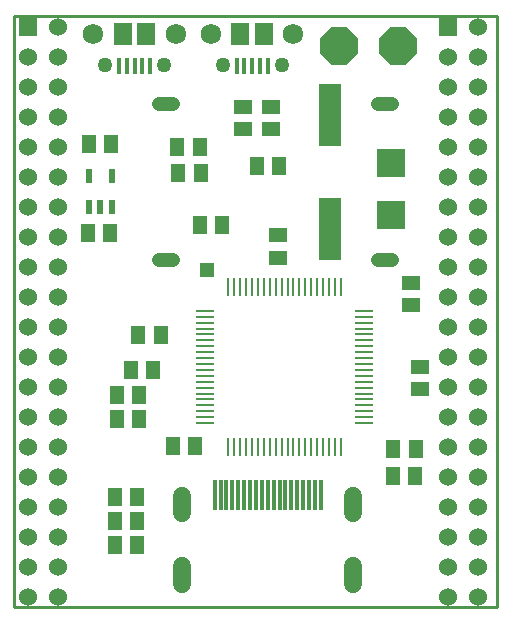
<source format=gts>
G75*
%MOIN*%
%OFA0B0*%
%FSLAX25Y25*%
%IPPOS*%
%LPD*%
%AMOC8*
5,1,8,0,0,1.08239X$1,22.5*
%
%ADD10C,0.01000*%
%ADD11C,0.06000*%
%ADD12R,0.06000X0.06000*%
%ADD13R,0.01575X0.05315*%
%ADD14R,0.05906X0.07480*%
%ADD15C,0.06791*%
%ADD16C,0.05020*%
%ADD17C,0.04724*%
%ADD18OC8,0.12500*%
%ADD19R,0.09449X0.09449*%
%ADD20R,0.05906X0.00984*%
%ADD21R,0.00984X0.05906*%
%ADD22R,0.01181X0.10236*%
%ADD23C,0.05900*%
%ADD24C,0.00000*%
%ADD25C,0.03543*%
%ADD26R,0.05118X0.05906*%
%ADD27R,0.05906X0.05118*%
%ADD28R,0.02200X0.04800*%
%ADD29R,0.07600X0.21000*%
%ADD30R,0.06299X0.05118*%
%ADD31R,0.05118X0.06299*%
%ADD32R,0.04724X0.04724*%
D10*
X0019033Y0019923D02*
X0019033Y0216673D01*
X0180033Y0216673D01*
X0180033Y0019923D01*
X0019033Y0019923D01*
D11*
X0023955Y0023159D03*
X0023955Y0033159D03*
X0033955Y0033159D03*
X0033955Y0023159D03*
X0033955Y0043159D03*
X0033955Y0053159D03*
X0033955Y0063159D03*
X0033955Y0073159D03*
X0033955Y0083159D03*
X0033955Y0093159D03*
X0033955Y0103159D03*
X0033955Y0113159D03*
X0033955Y0123159D03*
X0033955Y0133159D03*
X0033955Y0143159D03*
X0033955Y0153159D03*
X0033955Y0163159D03*
X0033955Y0173159D03*
X0033955Y0183159D03*
X0033955Y0193159D03*
X0033955Y0203159D03*
X0033955Y0213159D03*
X0023955Y0203159D03*
X0023955Y0193159D03*
X0023955Y0183159D03*
X0023955Y0173159D03*
X0023955Y0163159D03*
X0023955Y0153159D03*
X0023955Y0143159D03*
X0023955Y0133159D03*
X0023955Y0123159D03*
X0023955Y0113159D03*
X0023955Y0103159D03*
X0023955Y0093159D03*
X0023955Y0083159D03*
X0023955Y0073159D03*
X0023955Y0063159D03*
X0023955Y0053159D03*
X0023955Y0043159D03*
X0163955Y0043159D03*
X0163955Y0053159D03*
X0163955Y0063159D03*
X0173955Y0063159D03*
X0173955Y0053159D03*
X0173955Y0043159D03*
X0173955Y0033159D03*
X0173955Y0023159D03*
X0163955Y0023159D03*
X0163955Y0033159D03*
X0163955Y0073159D03*
X0163955Y0083159D03*
X0173955Y0083159D03*
X0173955Y0073159D03*
X0173955Y0093159D03*
X0173955Y0103159D03*
X0173955Y0113159D03*
X0173955Y0123159D03*
X0173955Y0133159D03*
X0173955Y0143159D03*
X0173955Y0153159D03*
X0173955Y0163159D03*
X0173955Y0173159D03*
X0173955Y0183159D03*
X0173955Y0193159D03*
X0173955Y0203159D03*
X0173955Y0213159D03*
X0163955Y0203159D03*
X0163955Y0193159D03*
X0163955Y0183159D03*
X0163955Y0173159D03*
X0163955Y0163159D03*
X0163955Y0153159D03*
X0163955Y0143159D03*
X0163955Y0133159D03*
X0163955Y0123159D03*
X0163955Y0113159D03*
X0163955Y0103159D03*
X0163955Y0093159D03*
D12*
X0163955Y0213159D03*
X0023955Y0213159D03*
D13*
X0054215Y0200265D03*
X0056774Y0200265D03*
X0059333Y0200265D03*
X0061892Y0200265D03*
X0064451Y0200265D03*
X0093415Y0200265D03*
X0095974Y0200265D03*
X0098533Y0200265D03*
X0101092Y0200265D03*
X0103651Y0200265D03*
D14*
X0102470Y0210797D03*
X0094596Y0210757D03*
X0063270Y0210797D03*
X0055396Y0210757D03*
D15*
X0045554Y0210797D03*
X0073113Y0210797D03*
X0084754Y0210797D03*
X0112313Y0210797D03*
D16*
X0108376Y0200462D03*
X0088691Y0200462D03*
X0069176Y0200462D03*
X0049491Y0200462D03*
D17*
X0067371Y0187523D02*
X0072096Y0187523D01*
X0072096Y0135523D02*
X0067371Y0135523D01*
X0140371Y0135523D02*
X0145096Y0135523D01*
X0145096Y0187523D02*
X0140371Y0187523D01*
D18*
X0147262Y0206923D03*
X0127577Y0206923D03*
D19*
X0144886Y0167884D03*
X0144886Y0150561D03*
D20*
X0135908Y0118523D03*
X0135908Y0116555D03*
X0135908Y0114586D03*
X0135908Y0112618D03*
X0135908Y0110649D03*
X0135908Y0108681D03*
X0135908Y0106712D03*
X0135908Y0104744D03*
X0135908Y0102775D03*
X0135908Y0100807D03*
X0135908Y0098838D03*
X0135908Y0096870D03*
X0135908Y0094901D03*
X0135908Y0092933D03*
X0135908Y0090964D03*
X0135908Y0088996D03*
X0135908Y0087027D03*
X0135908Y0085059D03*
X0135908Y0083090D03*
X0135908Y0081122D03*
X0082759Y0081122D03*
X0082759Y0083090D03*
X0082759Y0085059D03*
X0082759Y0087027D03*
X0082759Y0088996D03*
X0082759Y0090964D03*
X0082759Y0092933D03*
X0082759Y0094901D03*
X0082759Y0096870D03*
X0082759Y0098838D03*
X0082759Y0100807D03*
X0082759Y0102775D03*
X0082759Y0104744D03*
X0082759Y0106712D03*
X0082759Y0108681D03*
X0082759Y0110649D03*
X0082759Y0112618D03*
X0082759Y0114586D03*
X0082759Y0116555D03*
X0082759Y0118523D03*
D21*
X0090633Y0126397D03*
X0092601Y0126397D03*
X0094570Y0126397D03*
X0096538Y0126397D03*
X0098507Y0126397D03*
X0100475Y0126397D03*
X0102444Y0126397D03*
X0104412Y0126397D03*
X0106381Y0126397D03*
X0108349Y0126397D03*
X0110318Y0126397D03*
X0112286Y0126397D03*
X0114255Y0126397D03*
X0116223Y0126397D03*
X0118192Y0126397D03*
X0120160Y0126397D03*
X0122129Y0126397D03*
X0124097Y0126397D03*
X0126066Y0126397D03*
X0128034Y0126397D03*
X0128034Y0073248D03*
X0126066Y0073248D03*
X0124097Y0073248D03*
X0122129Y0073248D03*
X0120160Y0073248D03*
X0118192Y0073248D03*
X0116223Y0073248D03*
X0114255Y0073248D03*
X0112286Y0073248D03*
X0110318Y0073248D03*
X0108349Y0073248D03*
X0106381Y0073248D03*
X0104412Y0073248D03*
X0102444Y0073248D03*
X0100475Y0073248D03*
X0098507Y0073248D03*
X0096538Y0073248D03*
X0094570Y0073248D03*
X0092601Y0073248D03*
X0090633Y0073248D03*
D22*
X0089954Y0057013D03*
X0091922Y0057013D03*
X0093891Y0057013D03*
X0095859Y0057013D03*
X0097828Y0057013D03*
X0099796Y0057013D03*
X0101765Y0057013D03*
X0103733Y0057013D03*
X0105702Y0057013D03*
X0107670Y0057013D03*
X0109639Y0057013D03*
X0111607Y0057013D03*
X0113576Y0057013D03*
X0115544Y0057013D03*
X0117513Y0057013D03*
X0119481Y0057013D03*
X0121450Y0057013D03*
X0087985Y0057013D03*
X0086017Y0057013D03*
D23*
X0075190Y0056971D02*
X0075190Y0051071D01*
X0075190Y0033506D02*
X0075190Y0027606D01*
X0132277Y0027606D02*
X0132277Y0033506D01*
X0132277Y0051071D02*
X0132277Y0056971D01*
D24*
X0130505Y0056974D02*
X0130507Y0057058D01*
X0130513Y0057141D01*
X0130523Y0057224D01*
X0130537Y0057307D01*
X0130554Y0057389D01*
X0130576Y0057470D01*
X0130601Y0057549D01*
X0130630Y0057628D01*
X0130663Y0057705D01*
X0130699Y0057780D01*
X0130739Y0057854D01*
X0130782Y0057926D01*
X0130829Y0057995D01*
X0130879Y0058062D01*
X0130932Y0058127D01*
X0130988Y0058189D01*
X0131046Y0058249D01*
X0131108Y0058306D01*
X0131172Y0058359D01*
X0131239Y0058410D01*
X0131308Y0058457D01*
X0131379Y0058502D01*
X0131452Y0058542D01*
X0131527Y0058579D01*
X0131604Y0058613D01*
X0131682Y0058643D01*
X0131761Y0058669D01*
X0131842Y0058692D01*
X0131924Y0058710D01*
X0132006Y0058725D01*
X0132089Y0058736D01*
X0132172Y0058743D01*
X0132256Y0058746D01*
X0132340Y0058745D01*
X0132423Y0058740D01*
X0132507Y0058731D01*
X0132589Y0058718D01*
X0132671Y0058702D01*
X0132752Y0058681D01*
X0132833Y0058657D01*
X0132911Y0058629D01*
X0132989Y0058597D01*
X0133065Y0058561D01*
X0133139Y0058522D01*
X0133211Y0058480D01*
X0133281Y0058434D01*
X0133349Y0058385D01*
X0133414Y0058333D01*
X0133477Y0058278D01*
X0133537Y0058220D01*
X0133595Y0058159D01*
X0133649Y0058095D01*
X0133701Y0058029D01*
X0133749Y0057961D01*
X0133794Y0057890D01*
X0133835Y0057817D01*
X0133874Y0057743D01*
X0133908Y0057667D01*
X0133939Y0057589D01*
X0133966Y0057510D01*
X0133990Y0057429D01*
X0134009Y0057348D01*
X0134025Y0057266D01*
X0134037Y0057183D01*
X0134045Y0057099D01*
X0134049Y0057016D01*
X0134049Y0056932D01*
X0134045Y0056849D01*
X0134037Y0056765D01*
X0134025Y0056682D01*
X0134009Y0056600D01*
X0133990Y0056519D01*
X0133966Y0056438D01*
X0133939Y0056359D01*
X0133908Y0056281D01*
X0133874Y0056205D01*
X0133835Y0056131D01*
X0133794Y0056058D01*
X0133749Y0055987D01*
X0133701Y0055919D01*
X0133649Y0055853D01*
X0133595Y0055789D01*
X0133537Y0055728D01*
X0133477Y0055670D01*
X0133414Y0055615D01*
X0133349Y0055563D01*
X0133281Y0055514D01*
X0133211Y0055468D01*
X0133139Y0055426D01*
X0133065Y0055387D01*
X0132989Y0055351D01*
X0132911Y0055319D01*
X0132833Y0055291D01*
X0132752Y0055267D01*
X0132671Y0055246D01*
X0132589Y0055230D01*
X0132507Y0055217D01*
X0132423Y0055208D01*
X0132340Y0055203D01*
X0132256Y0055202D01*
X0132172Y0055205D01*
X0132089Y0055212D01*
X0132006Y0055223D01*
X0131924Y0055238D01*
X0131842Y0055256D01*
X0131761Y0055279D01*
X0131682Y0055305D01*
X0131604Y0055335D01*
X0131527Y0055369D01*
X0131452Y0055406D01*
X0131379Y0055446D01*
X0131308Y0055491D01*
X0131239Y0055538D01*
X0131172Y0055589D01*
X0131108Y0055642D01*
X0131046Y0055699D01*
X0130988Y0055759D01*
X0130932Y0055821D01*
X0130879Y0055886D01*
X0130829Y0055953D01*
X0130782Y0056022D01*
X0130739Y0056094D01*
X0130699Y0056168D01*
X0130663Y0056243D01*
X0130630Y0056320D01*
X0130601Y0056399D01*
X0130576Y0056478D01*
X0130554Y0056559D01*
X0130537Y0056641D01*
X0130523Y0056724D01*
X0130513Y0056807D01*
X0130507Y0056890D01*
X0130505Y0056974D01*
X0130505Y0055202D02*
X0130507Y0055286D01*
X0130513Y0055369D01*
X0130523Y0055452D01*
X0130537Y0055535D01*
X0130554Y0055617D01*
X0130576Y0055698D01*
X0130601Y0055777D01*
X0130630Y0055856D01*
X0130663Y0055933D01*
X0130699Y0056008D01*
X0130739Y0056082D01*
X0130782Y0056154D01*
X0130829Y0056223D01*
X0130879Y0056290D01*
X0130932Y0056355D01*
X0130988Y0056417D01*
X0131046Y0056477D01*
X0131108Y0056534D01*
X0131172Y0056587D01*
X0131239Y0056638D01*
X0131308Y0056685D01*
X0131379Y0056730D01*
X0131452Y0056770D01*
X0131527Y0056807D01*
X0131604Y0056841D01*
X0131682Y0056871D01*
X0131761Y0056897D01*
X0131842Y0056920D01*
X0131924Y0056938D01*
X0132006Y0056953D01*
X0132089Y0056964D01*
X0132172Y0056971D01*
X0132256Y0056974D01*
X0132340Y0056973D01*
X0132423Y0056968D01*
X0132507Y0056959D01*
X0132589Y0056946D01*
X0132671Y0056930D01*
X0132752Y0056909D01*
X0132833Y0056885D01*
X0132911Y0056857D01*
X0132989Y0056825D01*
X0133065Y0056789D01*
X0133139Y0056750D01*
X0133211Y0056708D01*
X0133281Y0056662D01*
X0133349Y0056613D01*
X0133414Y0056561D01*
X0133477Y0056506D01*
X0133537Y0056448D01*
X0133595Y0056387D01*
X0133649Y0056323D01*
X0133701Y0056257D01*
X0133749Y0056189D01*
X0133794Y0056118D01*
X0133835Y0056045D01*
X0133874Y0055971D01*
X0133908Y0055895D01*
X0133939Y0055817D01*
X0133966Y0055738D01*
X0133990Y0055657D01*
X0134009Y0055576D01*
X0134025Y0055494D01*
X0134037Y0055411D01*
X0134045Y0055327D01*
X0134049Y0055244D01*
X0134049Y0055160D01*
X0134045Y0055077D01*
X0134037Y0054993D01*
X0134025Y0054910D01*
X0134009Y0054828D01*
X0133990Y0054747D01*
X0133966Y0054666D01*
X0133939Y0054587D01*
X0133908Y0054509D01*
X0133874Y0054433D01*
X0133835Y0054359D01*
X0133794Y0054286D01*
X0133749Y0054215D01*
X0133701Y0054147D01*
X0133649Y0054081D01*
X0133595Y0054017D01*
X0133537Y0053956D01*
X0133477Y0053898D01*
X0133414Y0053843D01*
X0133349Y0053791D01*
X0133281Y0053742D01*
X0133211Y0053696D01*
X0133139Y0053654D01*
X0133065Y0053615D01*
X0132989Y0053579D01*
X0132911Y0053547D01*
X0132833Y0053519D01*
X0132752Y0053495D01*
X0132671Y0053474D01*
X0132589Y0053458D01*
X0132507Y0053445D01*
X0132423Y0053436D01*
X0132340Y0053431D01*
X0132256Y0053430D01*
X0132172Y0053433D01*
X0132089Y0053440D01*
X0132006Y0053451D01*
X0131924Y0053466D01*
X0131842Y0053484D01*
X0131761Y0053507D01*
X0131682Y0053533D01*
X0131604Y0053563D01*
X0131527Y0053597D01*
X0131452Y0053634D01*
X0131379Y0053674D01*
X0131308Y0053719D01*
X0131239Y0053766D01*
X0131172Y0053817D01*
X0131108Y0053870D01*
X0131046Y0053927D01*
X0130988Y0053987D01*
X0130932Y0054049D01*
X0130879Y0054114D01*
X0130829Y0054181D01*
X0130782Y0054250D01*
X0130739Y0054322D01*
X0130699Y0054396D01*
X0130663Y0054471D01*
X0130630Y0054548D01*
X0130601Y0054627D01*
X0130576Y0054706D01*
X0130554Y0054787D01*
X0130537Y0054869D01*
X0130523Y0054952D01*
X0130513Y0055035D01*
X0130507Y0055118D01*
X0130505Y0055202D01*
X0130505Y0052840D02*
X0130507Y0052924D01*
X0130513Y0053007D01*
X0130523Y0053090D01*
X0130537Y0053173D01*
X0130554Y0053255D01*
X0130576Y0053336D01*
X0130601Y0053415D01*
X0130630Y0053494D01*
X0130663Y0053571D01*
X0130699Y0053646D01*
X0130739Y0053720D01*
X0130782Y0053792D01*
X0130829Y0053861D01*
X0130879Y0053928D01*
X0130932Y0053993D01*
X0130988Y0054055D01*
X0131046Y0054115D01*
X0131108Y0054172D01*
X0131172Y0054225D01*
X0131239Y0054276D01*
X0131308Y0054323D01*
X0131379Y0054368D01*
X0131452Y0054408D01*
X0131527Y0054445D01*
X0131604Y0054479D01*
X0131682Y0054509D01*
X0131761Y0054535D01*
X0131842Y0054558D01*
X0131924Y0054576D01*
X0132006Y0054591D01*
X0132089Y0054602D01*
X0132172Y0054609D01*
X0132256Y0054612D01*
X0132340Y0054611D01*
X0132423Y0054606D01*
X0132507Y0054597D01*
X0132589Y0054584D01*
X0132671Y0054568D01*
X0132752Y0054547D01*
X0132833Y0054523D01*
X0132911Y0054495D01*
X0132989Y0054463D01*
X0133065Y0054427D01*
X0133139Y0054388D01*
X0133211Y0054346D01*
X0133281Y0054300D01*
X0133349Y0054251D01*
X0133414Y0054199D01*
X0133477Y0054144D01*
X0133537Y0054086D01*
X0133595Y0054025D01*
X0133649Y0053961D01*
X0133701Y0053895D01*
X0133749Y0053827D01*
X0133794Y0053756D01*
X0133835Y0053683D01*
X0133874Y0053609D01*
X0133908Y0053533D01*
X0133939Y0053455D01*
X0133966Y0053376D01*
X0133990Y0053295D01*
X0134009Y0053214D01*
X0134025Y0053132D01*
X0134037Y0053049D01*
X0134045Y0052965D01*
X0134049Y0052882D01*
X0134049Y0052798D01*
X0134045Y0052715D01*
X0134037Y0052631D01*
X0134025Y0052548D01*
X0134009Y0052466D01*
X0133990Y0052385D01*
X0133966Y0052304D01*
X0133939Y0052225D01*
X0133908Y0052147D01*
X0133874Y0052071D01*
X0133835Y0051997D01*
X0133794Y0051924D01*
X0133749Y0051853D01*
X0133701Y0051785D01*
X0133649Y0051719D01*
X0133595Y0051655D01*
X0133537Y0051594D01*
X0133477Y0051536D01*
X0133414Y0051481D01*
X0133349Y0051429D01*
X0133281Y0051380D01*
X0133211Y0051334D01*
X0133139Y0051292D01*
X0133065Y0051253D01*
X0132989Y0051217D01*
X0132911Y0051185D01*
X0132833Y0051157D01*
X0132752Y0051133D01*
X0132671Y0051112D01*
X0132589Y0051096D01*
X0132507Y0051083D01*
X0132423Y0051074D01*
X0132340Y0051069D01*
X0132256Y0051068D01*
X0132172Y0051071D01*
X0132089Y0051078D01*
X0132006Y0051089D01*
X0131924Y0051104D01*
X0131842Y0051122D01*
X0131761Y0051145D01*
X0131682Y0051171D01*
X0131604Y0051201D01*
X0131527Y0051235D01*
X0131452Y0051272D01*
X0131379Y0051312D01*
X0131308Y0051357D01*
X0131239Y0051404D01*
X0131172Y0051455D01*
X0131108Y0051508D01*
X0131046Y0051565D01*
X0130988Y0051625D01*
X0130932Y0051687D01*
X0130879Y0051752D01*
X0130829Y0051819D01*
X0130782Y0051888D01*
X0130739Y0051960D01*
X0130699Y0052034D01*
X0130663Y0052109D01*
X0130630Y0052186D01*
X0130601Y0052265D01*
X0130576Y0052344D01*
X0130554Y0052425D01*
X0130537Y0052507D01*
X0130523Y0052590D01*
X0130513Y0052673D01*
X0130507Y0052756D01*
X0130505Y0052840D01*
X0130505Y0051068D02*
X0130507Y0051152D01*
X0130513Y0051235D01*
X0130523Y0051318D01*
X0130537Y0051401D01*
X0130554Y0051483D01*
X0130576Y0051564D01*
X0130601Y0051643D01*
X0130630Y0051722D01*
X0130663Y0051799D01*
X0130699Y0051874D01*
X0130739Y0051948D01*
X0130782Y0052020D01*
X0130829Y0052089D01*
X0130879Y0052156D01*
X0130932Y0052221D01*
X0130988Y0052283D01*
X0131046Y0052343D01*
X0131108Y0052400D01*
X0131172Y0052453D01*
X0131239Y0052504D01*
X0131308Y0052551D01*
X0131379Y0052596D01*
X0131452Y0052636D01*
X0131527Y0052673D01*
X0131604Y0052707D01*
X0131682Y0052737D01*
X0131761Y0052763D01*
X0131842Y0052786D01*
X0131924Y0052804D01*
X0132006Y0052819D01*
X0132089Y0052830D01*
X0132172Y0052837D01*
X0132256Y0052840D01*
X0132340Y0052839D01*
X0132423Y0052834D01*
X0132507Y0052825D01*
X0132589Y0052812D01*
X0132671Y0052796D01*
X0132752Y0052775D01*
X0132833Y0052751D01*
X0132911Y0052723D01*
X0132989Y0052691D01*
X0133065Y0052655D01*
X0133139Y0052616D01*
X0133211Y0052574D01*
X0133281Y0052528D01*
X0133349Y0052479D01*
X0133414Y0052427D01*
X0133477Y0052372D01*
X0133537Y0052314D01*
X0133595Y0052253D01*
X0133649Y0052189D01*
X0133701Y0052123D01*
X0133749Y0052055D01*
X0133794Y0051984D01*
X0133835Y0051911D01*
X0133874Y0051837D01*
X0133908Y0051761D01*
X0133939Y0051683D01*
X0133966Y0051604D01*
X0133990Y0051523D01*
X0134009Y0051442D01*
X0134025Y0051360D01*
X0134037Y0051277D01*
X0134045Y0051193D01*
X0134049Y0051110D01*
X0134049Y0051026D01*
X0134045Y0050943D01*
X0134037Y0050859D01*
X0134025Y0050776D01*
X0134009Y0050694D01*
X0133990Y0050613D01*
X0133966Y0050532D01*
X0133939Y0050453D01*
X0133908Y0050375D01*
X0133874Y0050299D01*
X0133835Y0050225D01*
X0133794Y0050152D01*
X0133749Y0050081D01*
X0133701Y0050013D01*
X0133649Y0049947D01*
X0133595Y0049883D01*
X0133537Y0049822D01*
X0133477Y0049764D01*
X0133414Y0049709D01*
X0133349Y0049657D01*
X0133281Y0049608D01*
X0133211Y0049562D01*
X0133139Y0049520D01*
X0133065Y0049481D01*
X0132989Y0049445D01*
X0132911Y0049413D01*
X0132833Y0049385D01*
X0132752Y0049361D01*
X0132671Y0049340D01*
X0132589Y0049324D01*
X0132507Y0049311D01*
X0132423Y0049302D01*
X0132340Y0049297D01*
X0132256Y0049296D01*
X0132172Y0049299D01*
X0132089Y0049306D01*
X0132006Y0049317D01*
X0131924Y0049332D01*
X0131842Y0049350D01*
X0131761Y0049373D01*
X0131682Y0049399D01*
X0131604Y0049429D01*
X0131527Y0049463D01*
X0131452Y0049500D01*
X0131379Y0049540D01*
X0131308Y0049585D01*
X0131239Y0049632D01*
X0131172Y0049683D01*
X0131108Y0049736D01*
X0131046Y0049793D01*
X0130988Y0049853D01*
X0130932Y0049915D01*
X0130879Y0049980D01*
X0130829Y0050047D01*
X0130782Y0050116D01*
X0130739Y0050188D01*
X0130699Y0050262D01*
X0130663Y0050337D01*
X0130630Y0050414D01*
X0130601Y0050493D01*
X0130576Y0050572D01*
X0130554Y0050653D01*
X0130537Y0050735D01*
X0130523Y0050818D01*
X0130513Y0050901D01*
X0130507Y0050984D01*
X0130505Y0051068D01*
X0130505Y0033549D02*
X0130507Y0033633D01*
X0130513Y0033716D01*
X0130523Y0033799D01*
X0130537Y0033882D01*
X0130554Y0033964D01*
X0130576Y0034045D01*
X0130601Y0034124D01*
X0130630Y0034203D01*
X0130663Y0034280D01*
X0130699Y0034355D01*
X0130739Y0034429D01*
X0130782Y0034501D01*
X0130829Y0034570D01*
X0130879Y0034637D01*
X0130932Y0034702D01*
X0130988Y0034764D01*
X0131046Y0034824D01*
X0131108Y0034881D01*
X0131172Y0034934D01*
X0131239Y0034985D01*
X0131308Y0035032D01*
X0131379Y0035077D01*
X0131452Y0035117D01*
X0131527Y0035154D01*
X0131604Y0035188D01*
X0131682Y0035218D01*
X0131761Y0035244D01*
X0131842Y0035267D01*
X0131924Y0035285D01*
X0132006Y0035300D01*
X0132089Y0035311D01*
X0132172Y0035318D01*
X0132256Y0035321D01*
X0132340Y0035320D01*
X0132423Y0035315D01*
X0132507Y0035306D01*
X0132589Y0035293D01*
X0132671Y0035277D01*
X0132752Y0035256D01*
X0132833Y0035232D01*
X0132911Y0035204D01*
X0132989Y0035172D01*
X0133065Y0035136D01*
X0133139Y0035097D01*
X0133211Y0035055D01*
X0133281Y0035009D01*
X0133349Y0034960D01*
X0133414Y0034908D01*
X0133477Y0034853D01*
X0133537Y0034795D01*
X0133595Y0034734D01*
X0133649Y0034670D01*
X0133701Y0034604D01*
X0133749Y0034536D01*
X0133794Y0034465D01*
X0133835Y0034392D01*
X0133874Y0034318D01*
X0133908Y0034242D01*
X0133939Y0034164D01*
X0133966Y0034085D01*
X0133990Y0034004D01*
X0134009Y0033923D01*
X0134025Y0033841D01*
X0134037Y0033758D01*
X0134045Y0033674D01*
X0134049Y0033591D01*
X0134049Y0033507D01*
X0134045Y0033424D01*
X0134037Y0033340D01*
X0134025Y0033257D01*
X0134009Y0033175D01*
X0133990Y0033094D01*
X0133966Y0033013D01*
X0133939Y0032934D01*
X0133908Y0032856D01*
X0133874Y0032780D01*
X0133835Y0032706D01*
X0133794Y0032633D01*
X0133749Y0032562D01*
X0133701Y0032494D01*
X0133649Y0032428D01*
X0133595Y0032364D01*
X0133537Y0032303D01*
X0133477Y0032245D01*
X0133414Y0032190D01*
X0133349Y0032138D01*
X0133281Y0032089D01*
X0133211Y0032043D01*
X0133139Y0032001D01*
X0133065Y0031962D01*
X0132989Y0031926D01*
X0132911Y0031894D01*
X0132833Y0031866D01*
X0132752Y0031842D01*
X0132671Y0031821D01*
X0132589Y0031805D01*
X0132507Y0031792D01*
X0132423Y0031783D01*
X0132340Y0031778D01*
X0132256Y0031777D01*
X0132172Y0031780D01*
X0132089Y0031787D01*
X0132006Y0031798D01*
X0131924Y0031813D01*
X0131842Y0031831D01*
X0131761Y0031854D01*
X0131682Y0031880D01*
X0131604Y0031910D01*
X0131527Y0031944D01*
X0131452Y0031981D01*
X0131379Y0032021D01*
X0131308Y0032066D01*
X0131239Y0032113D01*
X0131172Y0032164D01*
X0131108Y0032217D01*
X0131046Y0032274D01*
X0130988Y0032334D01*
X0130932Y0032396D01*
X0130879Y0032461D01*
X0130829Y0032528D01*
X0130782Y0032597D01*
X0130739Y0032669D01*
X0130699Y0032743D01*
X0130663Y0032818D01*
X0130630Y0032895D01*
X0130601Y0032974D01*
X0130576Y0033053D01*
X0130554Y0033134D01*
X0130537Y0033216D01*
X0130523Y0033299D01*
X0130513Y0033382D01*
X0130507Y0033465D01*
X0130505Y0033549D01*
X0130505Y0031777D02*
X0130507Y0031861D01*
X0130513Y0031944D01*
X0130523Y0032027D01*
X0130537Y0032110D01*
X0130554Y0032192D01*
X0130576Y0032273D01*
X0130601Y0032352D01*
X0130630Y0032431D01*
X0130663Y0032508D01*
X0130699Y0032583D01*
X0130739Y0032657D01*
X0130782Y0032729D01*
X0130829Y0032798D01*
X0130879Y0032865D01*
X0130932Y0032930D01*
X0130988Y0032992D01*
X0131046Y0033052D01*
X0131108Y0033109D01*
X0131172Y0033162D01*
X0131239Y0033213D01*
X0131308Y0033260D01*
X0131379Y0033305D01*
X0131452Y0033345D01*
X0131527Y0033382D01*
X0131604Y0033416D01*
X0131682Y0033446D01*
X0131761Y0033472D01*
X0131842Y0033495D01*
X0131924Y0033513D01*
X0132006Y0033528D01*
X0132089Y0033539D01*
X0132172Y0033546D01*
X0132256Y0033549D01*
X0132340Y0033548D01*
X0132423Y0033543D01*
X0132507Y0033534D01*
X0132589Y0033521D01*
X0132671Y0033505D01*
X0132752Y0033484D01*
X0132833Y0033460D01*
X0132911Y0033432D01*
X0132989Y0033400D01*
X0133065Y0033364D01*
X0133139Y0033325D01*
X0133211Y0033283D01*
X0133281Y0033237D01*
X0133349Y0033188D01*
X0133414Y0033136D01*
X0133477Y0033081D01*
X0133537Y0033023D01*
X0133595Y0032962D01*
X0133649Y0032898D01*
X0133701Y0032832D01*
X0133749Y0032764D01*
X0133794Y0032693D01*
X0133835Y0032620D01*
X0133874Y0032546D01*
X0133908Y0032470D01*
X0133939Y0032392D01*
X0133966Y0032313D01*
X0133990Y0032232D01*
X0134009Y0032151D01*
X0134025Y0032069D01*
X0134037Y0031986D01*
X0134045Y0031902D01*
X0134049Y0031819D01*
X0134049Y0031735D01*
X0134045Y0031652D01*
X0134037Y0031568D01*
X0134025Y0031485D01*
X0134009Y0031403D01*
X0133990Y0031322D01*
X0133966Y0031241D01*
X0133939Y0031162D01*
X0133908Y0031084D01*
X0133874Y0031008D01*
X0133835Y0030934D01*
X0133794Y0030861D01*
X0133749Y0030790D01*
X0133701Y0030722D01*
X0133649Y0030656D01*
X0133595Y0030592D01*
X0133537Y0030531D01*
X0133477Y0030473D01*
X0133414Y0030418D01*
X0133349Y0030366D01*
X0133281Y0030317D01*
X0133211Y0030271D01*
X0133139Y0030229D01*
X0133065Y0030190D01*
X0132989Y0030154D01*
X0132911Y0030122D01*
X0132833Y0030094D01*
X0132752Y0030070D01*
X0132671Y0030049D01*
X0132589Y0030033D01*
X0132507Y0030020D01*
X0132423Y0030011D01*
X0132340Y0030006D01*
X0132256Y0030005D01*
X0132172Y0030008D01*
X0132089Y0030015D01*
X0132006Y0030026D01*
X0131924Y0030041D01*
X0131842Y0030059D01*
X0131761Y0030082D01*
X0131682Y0030108D01*
X0131604Y0030138D01*
X0131527Y0030172D01*
X0131452Y0030209D01*
X0131379Y0030249D01*
X0131308Y0030294D01*
X0131239Y0030341D01*
X0131172Y0030392D01*
X0131108Y0030445D01*
X0131046Y0030502D01*
X0130988Y0030562D01*
X0130932Y0030624D01*
X0130879Y0030689D01*
X0130829Y0030756D01*
X0130782Y0030825D01*
X0130739Y0030897D01*
X0130699Y0030971D01*
X0130663Y0031046D01*
X0130630Y0031123D01*
X0130601Y0031202D01*
X0130576Y0031281D01*
X0130554Y0031362D01*
X0130537Y0031444D01*
X0130523Y0031527D01*
X0130513Y0031610D01*
X0130507Y0031693D01*
X0130505Y0031777D01*
X0130505Y0029415D02*
X0130507Y0029499D01*
X0130513Y0029582D01*
X0130523Y0029665D01*
X0130537Y0029748D01*
X0130554Y0029830D01*
X0130576Y0029911D01*
X0130601Y0029990D01*
X0130630Y0030069D01*
X0130663Y0030146D01*
X0130699Y0030221D01*
X0130739Y0030295D01*
X0130782Y0030367D01*
X0130829Y0030436D01*
X0130879Y0030503D01*
X0130932Y0030568D01*
X0130988Y0030630D01*
X0131046Y0030690D01*
X0131108Y0030747D01*
X0131172Y0030800D01*
X0131239Y0030851D01*
X0131308Y0030898D01*
X0131379Y0030943D01*
X0131452Y0030983D01*
X0131527Y0031020D01*
X0131604Y0031054D01*
X0131682Y0031084D01*
X0131761Y0031110D01*
X0131842Y0031133D01*
X0131924Y0031151D01*
X0132006Y0031166D01*
X0132089Y0031177D01*
X0132172Y0031184D01*
X0132256Y0031187D01*
X0132340Y0031186D01*
X0132423Y0031181D01*
X0132507Y0031172D01*
X0132589Y0031159D01*
X0132671Y0031143D01*
X0132752Y0031122D01*
X0132833Y0031098D01*
X0132911Y0031070D01*
X0132989Y0031038D01*
X0133065Y0031002D01*
X0133139Y0030963D01*
X0133211Y0030921D01*
X0133281Y0030875D01*
X0133349Y0030826D01*
X0133414Y0030774D01*
X0133477Y0030719D01*
X0133537Y0030661D01*
X0133595Y0030600D01*
X0133649Y0030536D01*
X0133701Y0030470D01*
X0133749Y0030402D01*
X0133794Y0030331D01*
X0133835Y0030258D01*
X0133874Y0030184D01*
X0133908Y0030108D01*
X0133939Y0030030D01*
X0133966Y0029951D01*
X0133990Y0029870D01*
X0134009Y0029789D01*
X0134025Y0029707D01*
X0134037Y0029624D01*
X0134045Y0029540D01*
X0134049Y0029457D01*
X0134049Y0029373D01*
X0134045Y0029290D01*
X0134037Y0029206D01*
X0134025Y0029123D01*
X0134009Y0029041D01*
X0133990Y0028960D01*
X0133966Y0028879D01*
X0133939Y0028800D01*
X0133908Y0028722D01*
X0133874Y0028646D01*
X0133835Y0028572D01*
X0133794Y0028499D01*
X0133749Y0028428D01*
X0133701Y0028360D01*
X0133649Y0028294D01*
X0133595Y0028230D01*
X0133537Y0028169D01*
X0133477Y0028111D01*
X0133414Y0028056D01*
X0133349Y0028004D01*
X0133281Y0027955D01*
X0133211Y0027909D01*
X0133139Y0027867D01*
X0133065Y0027828D01*
X0132989Y0027792D01*
X0132911Y0027760D01*
X0132833Y0027732D01*
X0132752Y0027708D01*
X0132671Y0027687D01*
X0132589Y0027671D01*
X0132507Y0027658D01*
X0132423Y0027649D01*
X0132340Y0027644D01*
X0132256Y0027643D01*
X0132172Y0027646D01*
X0132089Y0027653D01*
X0132006Y0027664D01*
X0131924Y0027679D01*
X0131842Y0027697D01*
X0131761Y0027720D01*
X0131682Y0027746D01*
X0131604Y0027776D01*
X0131527Y0027810D01*
X0131452Y0027847D01*
X0131379Y0027887D01*
X0131308Y0027932D01*
X0131239Y0027979D01*
X0131172Y0028030D01*
X0131108Y0028083D01*
X0131046Y0028140D01*
X0130988Y0028200D01*
X0130932Y0028262D01*
X0130879Y0028327D01*
X0130829Y0028394D01*
X0130782Y0028463D01*
X0130739Y0028535D01*
X0130699Y0028609D01*
X0130663Y0028684D01*
X0130630Y0028761D01*
X0130601Y0028840D01*
X0130576Y0028919D01*
X0130554Y0029000D01*
X0130537Y0029082D01*
X0130523Y0029165D01*
X0130513Y0029248D01*
X0130507Y0029331D01*
X0130505Y0029415D01*
X0130505Y0027643D02*
X0130507Y0027727D01*
X0130513Y0027810D01*
X0130523Y0027893D01*
X0130537Y0027976D01*
X0130554Y0028058D01*
X0130576Y0028139D01*
X0130601Y0028218D01*
X0130630Y0028297D01*
X0130663Y0028374D01*
X0130699Y0028449D01*
X0130739Y0028523D01*
X0130782Y0028595D01*
X0130829Y0028664D01*
X0130879Y0028731D01*
X0130932Y0028796D01*
X0130988Y0028858D01*
X0131046Y0028918D01*
X0131108Y0028975D01*
X0131172Y0029028D01*
X0131239Y0029079D01*
X0131308Y0029126D01*
X0131379Y0029171D01*
X0131452Y0029211D01*
X0131527Y0029248D01*
X0131604Y0029282D01*
X0131682Y0029312D01*
X0131761Y0029338D01*
X0131842Y0029361D01*
X0131924Y0029379D01*
X0132006Y0029394D01*
X0132089Y0029405D01*
X0132172Y0029412D01*
X0132256Y0029415D01*
X0132340Y0029414D01*
X0132423Y0029409D01*
X0132507Y0029400D01*
X0132589Y0029387D01*
X0132671Y0029371D01*
X0132752Y0029350D01*
X0132833Y0029326D01*
X0132911Y0029298D01*
X0132989Y0029266D01*
X0133065Y0029230D01*
X0133139Y0029191D01*
X0133211Y0029149D01*
X0133281Y0029103D01*
X0133349Y0029054D01*
X0133414Y0029002D01*
X0133477Y0028947D01*
X0133537Y0028889D01*
X0133595Y0028828D01*
X0133649Y0028764D01*
X0133701Y0028698D01*
X0133749Y0028630D01*
X0133794Y0028559D01*
X0133835Y0028486D01*
X0133874Y0028412D01*
X0133908Y0028336D01*
X0133939Y0028258D01*
X0133966Y0028179D01*
X0133990Y0028098D01*
X0134009Y0028017D01*
X0134025Y0027935D01*
X0134037Y0027852D01*
X0134045Y0027768D01*
X0134049Y0027685D01*
X0134049Y0027601D01*
X0134045Y0027518D01*
X0134037Y0027434D01*
X0134025Y0027351D01*
X0134009Y0027269D01*
X0133990Y0027188D01*
X0133966Y0027107D01*
X0133939Y0027028D01*
X0133908Y0026950D01*
X0133874Y0026874D01*
X0133835Y0026800D01*
X0133794Y0026727D01*
X0133749Y0026656D01*
X0133701Y0026588D01*
X0133649Y0026522D01*
X0133595Y0026458D01*
X0133537Y0026397D01*
X0133477Y0026339D01*
X0133414Y0026284D01*
X0133349Y0026232D01*
X0133281Y0026183D01*
X0133211Y0026137D01*
X0133139Y0026095D01*
X0133065Y0026056D01*
X0132989Y0026020D01*
X0132911Y0025988D01*
X0132833Y0025960D01*
X0132752Y0025936D01*
X0132671Y0025915D01*
X0132589Y0025899D01*
X0132507Y0025886D01*
X0132423Y0025877D01*
X0132340Y0025872D01*
X0132256Y0025871D01*
X0132172Y0025874D01*
X0132089Y0025881D01*
X0132006Y0025892D01*
X0131924Y0025907D01*
X0131842Y0025925D01*
X0131761Y0025948D01*
X0131682Y0025974D01*
X0131604Y0026004D01*
X0131527Y0026038D01*
X0131452Y0026075D01*
X0131379Y0026115D01*
X0131308Y0026160D01*
X0131239Y0026207D01*
X0131172Y0026258D01*
X0131108Y0026311D01*
X0131046Y0026368D01*
X0130988Y0026428D01*
X0130932Y0026490D01*
X0130879Y0026555D01*
X0130829Y0026622D01*
X0130782Y0026691D01*
X0130739Y0026763D01*
X0130699Y0026837D01*
X0130663Y0026912D01*
X0130630Y0026989D01*
X0130601Y0027068D01*
X0130576Y0027147D01*
X0130554Y0027228D01*
X0130537Y0027310D01*
X0130523Y0027393D01*
X0130513Y0027476D01*
X0130507Y0027559D01*
X0130505Y0027643D01*
X0073418Y0027643D02*
X0073420Y0027727D01*
X0073426Y0027810D01*
X0073436Y0027893D01*
X0073450Y0027976D01*
X0073467Y0028058D01*
X0073489Y0028139D01*
X0073514Y0028218D01*
X0073543Y0028297D01*
X0073576Y0028374D01*
X0073612Y0028449D01*
X0073652Y0028523D01*
X0073695Y0028595D01*
X0073742Y0028664D01*
X0073792Y0028731D01*
X0073845Y0028796D01*
X0073901Y0028858D01*
X0073959Y0028918D01*
X0074021Y0028975D01*
X0074085Y0029028D01*
X0074152Y0029079D01*
X0074221Y0029126D01*
X0074292Y0029171D01*
X0074365Y0029211D01*
X0074440Y0029248D01*
X0074517Y0029282D01*
X0074595Y0029312D01*
X0074674Y0029338D01*
X0074755Y0029361D01*
X0074837Y0029379D01*
X0074919Y0029394D01*
X0075002Y0029405D01*
X0075085Y0029412D01*
X0075169Y0029415D01*
X0075253Y0029414D01*
X0075336Y0029409D01*
X0075420Y0029400D01*
X0075502Y0029387D01*
X0075584Y0029371D01*
X0075665Y0029350D01*
X0075746Y0029326D01*
X0075824Y0029298D01*
X0075902Y0029266D01*
X0075978Y0029230D01*
X0076052Y0029191D01*
X0076124Y0029149D01*
X0076194Y0029103D01*
X0076262Y0029054D01*
X0076327Y0029002D01*
X0076390Y0028947D01*
X0076450Y0028889D01*
X0076508Y0028828D01*
X0076562Y0028764D01*
X0076614Y0028698D01*
X0076662Y0028630D01*
X0076707Y0028559D01*
X0076748Y0028486D01*
X0076787Y0028412D01*
X0076821Y0028336D01*
X0076852Y0028258D01*
X0076879Y0028179D01*
X0076903Y0028098D01*
X0076922Y0028017D01*
X0076938Y0027935D01*
X0076950Y0027852D01*
X0076958Y0027768D01*
X0076962Y0027685D01*
X0076962Y0027601D01*
X0076958Y0027518D01*
X0076950Y0027434D01*
X0076938Y0027351D01*
X0076922Y0027269D01*
X0076903Y0027188D01*
X0076879Y0027107D01*
X0076852Y0027028D01*
X0076821Y0026950D01*
X0076787Y0026874D01*
X0076748Y0026800D01*
X0076707Y0026727D01*
X0076662Y0026656D01*
X0076614Y0026588D01*
X0076562Y0026522D01*
X0076508Y0026458D01*
X0076450Y0026397D01*
X0076390Y0026339D01*
X0076327Y0026284D01*
X0076262Y0026232D01*
X0076194Y0026183D01*
X0076124Y0026137D01*
X0076052Y0026095D01*
X0075978Y0026056D01*
X0075902Y0026020D01*
X0075824Y0025988D01*
X0075746Y0025960D01*
X0075665Y0025936D01*
X0075584Y0025915D01*
X0075502Y0025899D01*
X0075420Y0025886D01*
X0075336Y0025877D01*
X0075253Y0025872D01*
X0075169Y0025871D01*
X0075085Y0025874D01*
X0075002Y0025881D01*
X0074919Y0025892D01*
X0074837Y0025907D01*
X0074755Y0025925D01*
X0074674Y0025948D01*
X0074595Y0025974D01*
X0074517Y0026004D01*
X0074440Y0026038D01*
X0074365Y0026075D01*
X0074292Y0026115D01*
X0074221Y0026160D01*
X0074152Y0026207D01*
X0074085Y0026258D01*
X0074021Y0026311D01*
X0073959Y0026368D01*
X0073901Y0026428D01*
X0073845Y0026490D01*
X0073792Y0026555D01*
X0073742Y0026622D01*
X0073695Y0026691D01*
X0073652Y0026763D01*
X0073612Y0026837D01*
X0073576Y0026912D01*
X0073543Y0026989D01*
X0073514Y0027068D01*
X0073489Y0027147D01*
X0073467Y0027228D01*
X0073450Y0027310D01*
X0073436Y0027393D01*
X0073426Y0027476D01*
X0073420Y0027559D01*
X0073418Y0027643D01*
X0073418Y0029415D02*
X0073420Y0029499D01*
X0073426Y0029582D01*
X0073436Y0029665D01*
X0073450Y0029748D01*
X0073467Y0029830D01*
X0073489Y0029911D01*
X0073514Y0029990D01*
X0073543Y0030069D01*
X0073576Y0030146D01*
X0073612Y0030221D01*
X0073652Y0030295D01*
X0073695Y0030367D01*
X0073742Y0030436D01*
X0073792Y0030503D01*
X0073845Y0030568D01*
X0073901Y0030630D01*
X0073959Y0030690D01*
X0074021Y0030747D01*
X0074085Y0030800D01*
X0074152Y0030851D01*
X0074221Y0030898D01*
X0074292Y0030943D01*
X0074365Y0030983D01*
X0074440Y0031020D01*
X0074517Y0031054D01*
X0074595Y0031084D01*
X0074674Y0031110D01*
X0074755Y0031133D01*
X0074837Y0031151D01*
X0074919Y0031166D01*
X0075002Y0031177D01*
X0075085Y0031184D01*
X0075169Y0031187D01*
X0075253Y0031186D01*
X0075336Y0031181D01*
X0075420Y0031172D01*
X0075502Y0031159D01*
X0075584Y0031143D01*
X0075665Y0031122D01*
X0075746Y0031098D01*
X0075824Y0031070D01*
X0075902Y0031038D01*
X0075978Y0031002D01*
X0076052Y0030963D01*
X0076124Y0030921D01*
X0076194Y0030875D01*
X0076262Y0030826D01*
X0076327Y0030774D01*
X0076390Y0030719D01*
X0076450Y0030661D01*
X0076508Y0030600D01*
X0076562Y0030536D01*
X0076614Y0030470D01*
X0076662Y0030402D01*
X0076707Y0030331D01*
X0076748Y0030258D01*
X0076787Y0030184D01*
X0076821Y0030108D01*
X0076852Y0030030D01*
X0076879Y0029951D01*
X0076903Y0029870D01*
X0076922Y0029789D01*
X0076938Y0029707D01*
X0076950Y0029624D01*
X0076958Y0029540D01*
X0076962Y0029457D01*
X0076962Y0029373D01*
X0076958Y0029290D01*
X0076950Y0029206D01*
X0076938Y0029123D01*
X0076922Y0029041D01*
X0076903Y0028960D01*
X0076879Y0028879D01*
X0076852Y0028800D01*
X0076821Y0028722D01*
X0076787Y0028646D01*
X0076748Y0028572D01*
X0076707Y0028499D01*
X0076662Y0028428D01*
X0076614Y0028360D01*
X0076562Y0028294D01*
X0076508Y0028230D01*
X0076450Y0028169D01*
X0076390Y0028111D01*
X0076327Y0028056D01*
X0076262Y0028004D01*
X0076194Y0027955D01*
X0076124Y0027909D01*
X0076052Y0027867D01*
X0075978Y0027828D01*
X0075902Y0027792D01*
X0075824Y0027760D01*
X0075746Y0027732D01*
X0075665Y0027708D01*
X0075584Y0027687D01*
X0075502Y0027671D01*
X0075420Y0027658D01*
X0075336Y0027649D01*
X0075253Y0027644D01*
X0075169Y0027643D01*
X0075085Y0027646D01*
X0075002Y0027653D01*
X0074919Y0027664D01*
X0074837Y0027679D01*
X0074755Y0027697D01*
X0074674Y0027720D01*
X0074595Y0027746D01*
X0074517Y0027776D01*
X0074440Y0027810D01*
X0074365Y0027847D01*
X0074292Y0027887D01*
X0074221Y0027932D01*
X0074152Y0027979D01*
X0074085Y0028030D01*
X0074021Y0028083D01*
X0073959Y0028140D01*
X0073901Y0028200D01*
X0073845Y0028262D01*
X0073792Y0028327D01*
X0073742Y0028394D01*
X0073695Y0028463D01*
X0073652Y0028535D01*
X0073612Y0028609D01*
X0073576Y0028684D01*
X0073543Y0028761D01*
X0073514Y0028840D01*
X0073489Y0028919D01*
X0073467Y0029000D01*
X0073450Y0029082D01*
X0073436Y0029165D01*
X0073426Y0029248D01*
X0073420Y0029331D01*
X0073418Y0029415D01*
X0073418Y0031777D02*
X0073420Y0031861D01*
X0073426Y0031944D01*
X0073436Y0032027D01*
X0073450Y0032110D01*
X0073467Y0032192D01*
X0073489Y0032273D01*
X0073514Y0032352D01*
X0073543Y0032431D01*
X0073576Y0032508D01*
X0073612Y0032583D01*
X0073652Y0032657D01*
X0073695Y0032729D01*
X0073742Y0032798D01*
X0073792Y0032865D01*
X0073845Y0032930D01*
X0073901Y0032992D01*
X0073959Y0033052D01*
X0074021Y0033109D01*
X0074085Y0033162D01*
X0074152Y0033213D01*
X0074221Y0033260D01*
X0074292Y0033305D01*
X0074365Y0033345D01*
X0074440Y0033382D01*
X0074517Y0033416D01*
X0074595Y0033446D01*
X0074674Y0033472D01*
X0074755Y0033495D01*
X0074837Y0033513D01*
X0074919Y0033528D01*
X0075002Y0033539D01*
X0075085Y0033546D01*
X0075169Y0033549D01*
X0075253Y0033548D01*
X0075336Y0033543D01*
X0075420Y0033534D01*
X0075502Y0033521D01*
X0075584Y0033505D01*
X0075665Y0033484D01*
X0075746Y0033460D01*
X0075824Y0033432D01*
X0075902Y0033400D01*
X0075978Y0033364D01*
X0076052Y0033325D01*
X0076124Y0033283D01*
X0076194Y0033237D01*
X0076262Y0033188D01*
X0076327Y0033136D01*
X0076390Y0033081D01*
X0076450Y0033023D01*
X0076508Y0032962D01*
X0076562Y0032898D01*
X0076614Y0032832D01*
X0076662Y0032764D01*
X0076707Y0032693D01*
X0076748Y0032620D01*
X0076787Y0032546D01*
X0076821Y0032470D01*
X0076852Y0032392D01*
X0076879Y0032313D01*
X0076903Y0032232D01*
X0076922Y0032151D01*
X0076938Y0032069D01*
X0076950Y0031986D01*
X0076958Y0031902D01*
X0076962Y0031819D01*
X0076962Y0031735D01*
X0076958Y0031652D01*
X0076950Y0031568D01*
X0076938Y0031485D01*
X0076922Y0031403D01*
X0076903Y0031322D01*
X0076879Y0031241D01*
X0076852Y0031162D01*
X0076821Y0031084D01*
X0076787Y0031008D01*
X0076748Y0030934D01*
X0076707Y0030861D01*
X0076662Y0030790D01*
X0076614Y0030722D01*
X0076562Y0030656D01*
X0076508Y0030592D01*
X0076450Y0030531D01*
X0076390Y0030473D01*
X0076327Y0030418D01*
X0076262Y0030366D01*
X0076194Y0030317D01*
X0076124Y0030271D01*
X0076052Y0030229D01*
X0075978Y0030190D01*
X0075902Y0030154D01*
X0075824Y0030122D01*
X0075746Y0030094D01*
X0075665Y0030070D01*
X0075584Y0030049D01*
X0075502Y0030033D01*
X0075420Y0030020D01*
X0075336Y0030011D01*
X0075253Y0030006D01*
X0075169Y0030005D01*
X0075085Y0030008D01*
X0075002Y0030015D01*
X0074919Y0030026D01*
X0074837Y0030041D01*
X0074755Y0030059D01*
X0074674Y0030082D01*
X0074595Y0030108D01*
X0074517Y0030138D01*
X0074440Y0030172D01*
X0074365Y0030209D01*
X0074292Y0030249D01*
X0074221Y0030294D01*
X0074152Y0030341D01*
X0074085Y0030392D01*
X0074021Y0030445D01*
X0073959Y0030502D01*
X0073901Y0030562D01*
X0073845Y0030624D01*
X0073792Y0030689D01*
X0073742Y0030756D01*
X0073695Y0030825D01*
X0073652Y0030897D01*
X0073612Y0030971D01*
X0073576Y0031046D01*
X0073543Y0031123D01*
X0073514Y0031202D01*
X0073489Y0031281D01*
X0073467Y0031362D01*
X0073450Y0031444D01*
X0073436Y0031527D01*
X0073426Y0031610D01*
X0073420Y0031693D01*
X0073418Y0031777D01*
X0073418Y0033549D02*
X0073420Y0033633D01*
X0073426Y0033716D01*
X0073436Y0033799D01*
X0073450Y0033882D01*
X0073467Y0033964D01*
X0073489Y0034045D01*
X0073514Y0034124D01*
X0073543Y0034203D01*
X0073576Y0034280D01*
X0073612Y0034355D01*
X0073652Y0034429D01*
X0073695Y0034501D01*
X0073742Y0034570D01*
X0073792Y0034637D01*
X0073845Y0034702D01*
X0073901Y0034764D01*
X0073959Y0034824D01*
X0074021Y0034881D01*
X0074085Y0034934D01*
X0074152Y0034985D01*
X0074221Y0035032D01*
X0074292Y0035077D01*
X0074365Y0035117D01*
X0074440Y0035154D01*
X0074517Y0035188D01*
X0074595Y0035218D01*
X0074674Y0035244D01*
X0074755Y0035267D01*
X0074837Y0035285D01*
X0074919Y0035300D01*
X0075002Y0035311D01*
X0075085Y0035318D01*
X0075169Y0035321D01*
X0075253Y0035320D01*
X0075336Y0035315D01*
X0075420Y0035306D01*
X0075502Y0035293D01*
X0075584Y0035277D01*
X0075665Y0035256D01*
X0075746Y0035232D01*
X0075824Y0035204D01*
X0075902Y0035172D01*
X0075978Y0035136D01*
X0076052Y0035097D01*
X0076124Y0035055D01*
X0076194Y0035009D01*
X0076262Y0034960D01*
X0076327Y0034908D01*
X0076390Y0034853D01*
X0076450Y0034795D01*
X0076508Y0034734D01*
X0076562Y0034670D01*
X0076614Y0034604D01*
X0076662Y0034536D01*
X0076707Y0034465D01*
X0076748Y0034392D01*
X0076787Y0034318D01*
X0076821Y0034242D01*
X0076852Y0034164D01*
X0076879Y0034085D01*
X0076903Y0034004D01*
X0076922Y0033923D01*
X0076938Y0033841D01*
X0076950Y0033758D01*
X0076958Y0033674D01*
X0076962Y0033591D01*
X0076962Y0033507D01*
X0076958Y0033424D01*
X0076950Y0033340D01*
X0076938Y0033257D01*
X0076922Y0033175D01*
X0076903Y0033094D01*
X0076879Y0033013D01*
X0076852Y0032934D01*
X0076821Y0032856D01*
X0076787Y0032780D01*
X0076748Y0032706D01*
X0076707Y0032633D01*
X0076662Y0032562D01*
X0076614Y0032494D01*
X0076562Y0032428D01*
X0076508Y0032364D01*
X0076450Y0032303D01*
X0076390Y0032245D01*
X0076327Y0032190D01*
X0076262Y0032138D01*
X0076194Y0032089D01*
X0076124Y0032043D01*
X0076052Y0032001D01*
X0075978Y0031962D01*
X0075902Y0031926D01*
X0075824Y0031894D01*
X0075746Y0031866D01*
X0075665Y0031842D01*
X0075584Y0031821D01*
X0075502Y0031805D01*
X0075420Y0031792D01*
X0075336Y0031783D01*
X0075253Y0031778D01*
X0075169Y0031777D01*
X0075085Y0031780D01*
X0075002Y0031787D01*
X0074919Y0031798D01*
X0074837Y0031813D01*
X0074755Y0031831D01*
X0074674Y0031854D01*
X0074595Y0031880D01*
X0074517Y0031910D01*
X0074440Y0031944D01*
X0074365Y0031981D01*
X0074292Y0032021D01*
X0074221Y0032066D01*
X0074152Y0032113D01*
X0074085Y0032164D01*
X0074021Y0032217D01*
X0073959Y0032274D01*
X0073901Y0032334D01*
X0073845Y0032396D01*
X0073792Y0032461D01*
X0073742Y0032528D01*
X0073695Y0032597D01*
X0073652Y0032669D01*
X0073612Y0032743D01*
X0073576Y0032818D01*
X0073543Y0032895D01*
X0073514Y0032974D01*
X0073489Y0033053D01*
X0073467Y0033134D01*
X0073450Y0033216D01*
X0073436Y0033299D01*
X0073426Y0033382D01*
X0073420Y0033465D01*
X0073418Y0033549D01*
X0073418Y0051068D02*
X0073420Y0051152D01*
X0073426Y0051235D01*
X0073436Y0051318D01*
X0073450Y0051401D01*
X0073467Y0051483D01*
X0073489Y0051564D01*
X0073514Y0051643D01*
X0073543Y0051722D01*
X0073576Y0051799D01*
X0073612Y0051874D01*
X0073652Y0051948D01*
X0073695Y0052020D01*
X0073742Y0052089D01*
X0073792Y0052156D01*
X0073845Y0052221D01*
X0073901Y0052283D01*
X0073959Y0052343D01*
X0074021Y0052400D01*
X0074085Y0052453D01*
X0074152Y0052504D01*
X0074221Y0052551D01*
X0074292Y0052596D01*
X0074365Y0052636D01*
X0074440Y0052673D01*
X0074517Y0052707D01*
X0074595Y0052737D01*
X0074674Y0052763D01*
X0074755Y0052786D01*
X0074837Y0052804D01*
X0074919Y0052819D01*
X0075002Y0052830D01*
X0075085Y0052837D01*
X0075169Y0052840D01*
X0075253Y0052839D01*
X0075336Y0052834D01*
X0075420Y0052825D01*
X0075502Y0052812D01*
X0075584Y0052796D01*
X0075665Y0052775D01*
X0075746Y0052751D01*
X0075824Y0052723D01*
X0075902Y0052691D01*
X0075978Y0052655D01*
X0076052Y0052616D01*
X0076124Y0052574D01*
X0076194Y0052528D01*
X0076262Y0052479D01*
X0076327Y0052427D01*
X0076390Y0052372D01*
X0076450Y0052314D01*
X0076508Y0052253D01*
X0076562Y0052189D01*
X0076614Y0052123D01*
X0076662Y0052055D01*
X0076707Y0051984D01*
X0076748Y0051911D01*
X0076787Y0051837D01*
X0076821Y0051761D01*
X0076852Y0051683D01*
X0076879Y0051604D01*
X0076903Y0051523D01*
X0076922Y0051442D01*
X0076938Y0051360D01*
X0076950Y0051277D01*
X0076958Y0051193D01*
X0076962Y0051110D01*
X0076962Y0051026D01*
X0076958Y0050943D01*
X0076950Y0050859D01*
X0076938Y0050776D01*
X0076922Y0050694D01*
X0076903Y0050613D01*
X0076879Y0050532D01*
X0076852Y0050453D01*
X0076821Y0050375D01*
X0076787Y0050299D01*
X0076748Y0050225D01*
X0076707Y0050152D01*
X0076662Y0050081D01*
X0076614Y0050013D01*
X0076562Y0049947D01*
X0076508Y0049883D01*
X0076450Y0049822D01*
X0076390Y0049764D01*
X0076327Y0049709D01*
X0076262Y0049657D01*
X0076194Y0049608D01*
X0076124Y0049562D01*
X0076052Y0049520D01*
X0075978Y0049481D01*
X0075902Y0049445D01*
X0075824Y0049413D01*
X0075746Y0049385D01*
X0075665Y0049361D01*
X0075584Y0049340D01*
X0075502Y0049324D01*
X0075420Y0049311D01*
X0075336Y0049302D01*
X0075253Y0049297D01*
X0075169Y0049296D01*
X0075085Y0049299D01*
X0075002Y0049306D01*
X0074919Y0049317D01*
X0074837Y0049332D01*
X0074755Y0049350D01*
X0074674Y0049373D01*
X0074595Y0049399D01*
X0074517Y0049429D01*
X0074440Y0049463D01*
X0074365Y0049500D01*
X0074292Y0049540D01*
X0074221Y0049585D01*
X0074152Y0049632D01*
X0074085Y0049683D01*
X0074021Y0049736D01*
X0073959Y0049793D01*
X0073901Y0049853D01*
X0073845Y0049915D01*
X0073792Y0049980D01*
X0073742Y0050047D01*
X0073695Y0050116D01*
X0073652Y0050188D01*
X0073612Y0050262D01*
X0073576Y0050337D01*
X0073543Y0050414D01*
X0073514Y0050493D01*
X0073489Y0050572D01*
X0073467Y0050653D01*
X0073450Y0050735D01*
X0073436Y0050818D01*
X0073426Y0050901D01*
X0073420Y0050984D01*
X0073418Y0051068D01*
X0073418Y0052840D02*
X0073420Y0052924D01*
X0073426Y0053007D01*
X0073436Y0053090D01*
X0073450Y0053173D01*
X0073467Y0053255D01*
X0073489Y0053336D01*
X0073514Y0053415D01*
X0073543Y0053494D01*
X0073576Y0053571D01*
X0073612Y0053646D01*
X0073652Y0053720D01*
X0073695Y0053792D01*
X0073742Y0053861D01*
X0073792Y0053928D01*
X0073845Y0053993D01*
X0073901Y0054055D01*
X0073959Y0054115D01*
X0074021Y0054172D01*
X0074085Y0054225D01*
X0074152Y0054276D01*
X0074221Y0054323D01*
X0074292Y0054368D01*
X0074365Y0054408D01*
X0074440Y0054445D01*
X0074517Y0054479D01*
X0074595Y0054509D01*
X0074674Y0054535D01*
X0074755Y0054558D01*
X0074837Y0054576D01*
X0074919Y0054591D01*
X0075002Y0054602D01*
X0075085Y0054609D01*
X0075169Y0054612D01*
X0075253Y0054611D01*
X0075336Y0054606D01*
X0075420Y0054597D01*
X0075502Y0054584D01*
X0075584Y0054568D01*
X0075665Y0054547D01*
X0075746Y0054523D01*
X0075824Y0054495D01*
X0075902Y0054463D01*
X0075978Y0054427D01*
X0076052Y0054388D01*
X0076124Y0054346D01*
X0076194Y0054300D01*
X0076262Y0054251D01*
X0076327Y0054199D01*
X0076390Y0054144D01*
X0076450Y0054086D01*
X0076508Y0054025D01*
X0076562Y0053961D01*
X0076614Y0053895D01*
X0076662Y0053827D01*
X0076707Y0053756D01*
X0076748Y0053683D01*
X0076787Y0053609D01*
X0076821Y0053533D01*
X0076852Y0053455D01*
X0076879Y0053376D01*
X0076903Y0053295D01*
X0076922Y0053214D01*
X0076938Y0053132D01*
X0076950Y0053049D01*
X0076958Y0052965D01*
X0076962Y0052882D01*
X0076962Y0052798D01*
X0076958Y0052715D01*
X0076950Y0052631D01*
X0076938Y0052548D01*
X0076922Y0052466D01*
X0076903Y0052385D01*
X0076879Y0052304D01*
X0076852Y0052225D01*
X0076821Y0052147D01*
X0076787Y0052071D01*
X0076748Y0051997D01*
X0076707Y0051924D01*
X0076662Y0051853D01*
X0076614Y0051785D01*
X0076562Y0051719D01*
X0076508Y0051655D01*
X0076450Y0051594D01*
X0076390Y0051536D01*
X0076327Y0051481D01*
X0076262Y0051429D01*
X0076194Y0051380D01*
X0076124Y0051334D01*
X0076052Y0051292D01*
X0075978Y0051253D01*
X0075902Y0051217D01*
X0075824Y0051185D01*
X0075746Y0051157D01*
X0075665Y0051133D01*
X0075584Y0051112D01*
X0075502Y0051096D01*
X0075420Y0051083D01*
X0075336Y0051074D01*
X0075253Y0051069D01*
X0075169Y0051068D01*
X0075085Y0051071D01*
X0075002Y0051078D01*
X0074919Y0051089D01*
X0074837Y0051104D01*
X0074755Y0051122D01*
X0074674Y0051145D01*
X0074595Y0051171D01*
X0074517Y0051201D01*
X0074440Y0051235D01*
X0074365Y0051272D01*
X0074292Y0051312D01*
X0074221Y0051357D01*
X0074152Y0051404D01*
X0074085Y0051455D01*
X0074021Y0051508D01*
X0073959Y0051565D01*
X0073901Y0051625D01*
X0073845Y0051687D01*
X0073792Y0051752D01*
X0073742Y0051819D01*
X0073695Y0051888D01*
X0073652Y0051960D01*
X0073612Y0052034D01*
X0073576Y0052109D01*
X0073543Y0052186D01*
X0073514Y0052265D01*
X0073489Y0052344D01*
X0073467Y0052425D01*
X0073450Y0052507D01*
X0073436Y0052590D01*
X0073426Y0052673D01*
X0073420Y0052756D01*
X0073418Y0052840D01*
X0073418Y0055202D02*
X0073420Y0055286D01*
X0073426Y0055369D01*
X0073436Y0055452D01*
X0073450Y0055535D01*
X0073467Y0055617D01*
X0073489Y0055698D01*
X0073514Y0055777D01*
X0073543Y0055856D01*
X0073576Y0055933D01*
X0073612Y0056008D01*
X0073652Y0056082D01*
X0073695Y0056154D01*
X0073742Y0056223D01*
X0073792Y0056290D01*
X0073845Y0056355D01*
X0073901Y0056417D01*
X0073959Y0056477D01*
X0074021Y0056534D01*
X0074085Y0056587D01*
X0074152Y0056638D01*
X0074221Y0056685D01*
X0074292Y0056730D01*
X0074365Y0056770D01*
X0074440Y0056807D01*
X0074517Y0056841D01*
X0074595Y0056871D01*
X0074674Y0056897D01*
X0074755Y0056920D01*
X0074837Y0056938D01*
X0074919Y0056953D01*
X0075002Y0056964D01*
X0075085Y0056971D01*
X0075169Y0056974D01*
X0075253Y0056973D01*
X0075336Y0056968D01*
X0075420Y0056959D01*
X0075502Y0056946D01*
X0075584Y0056930D01*
X0075665Y0056909D01*
X0075746Y0056885D01*
X0075824Y0056857D01*
X0075902Y0056825D01*
X0075978Y0056789D01*
X0076052Y0056750D01*
X0076124Y0056708D01*
X0076194Y0056662D01*
X0076262Y0056613D01*
X0076327Y0056561D01*
X0076390Y0056506D01*
X0076450Y0056448D01*
X0076508Y0056387D01*
X0076562Y0056323D01*
X0076614Y0056257D01*
X0076662Y0056189D01*
X0076707Y0056118D01*
X0076748Y0056045D01*
X0076787Y0055971D01*
X0076821Y0055895D01*
X0076852Y0055817D01*
X0076879Y0055738D01*
X0076903Y0055657D01*
X0076922Y0055576D01*
X0076938Y0055494D01*
X0076950Y0055411D01*
X0076958Y0055327D01*
X0076962Y0055244D01*
X0076962Y0055160D01*
X0076958Y0055077D01*
X0076950Y0054993D01*
X0076938Y0054910D01*
X0076922Y0054828D01*
X0076903Y0054747D01*
X0076879Y0054666D01*
X0076852Y0054587D01*
X0076821Y0054509D01*
X0076787Y0054433D01*
X0076748Y0054359D01*
X0076707Y0054286D01*
X0076662Y0054215D01*
X0076614Y0054147D01*
X0076562Y0054081D01*
X0076508Y0054017D01*
X0076450Y0053956D01*
X0076390Y0053898D01*
X0076327Y0053843D01*
X0076262Y0053791D01*
X0076194Y0053742D01*
X0076124Y0053696D01*
X0076052Y0053654D01*
X0075978Y0053615D01*
X0075902Y0053579D01*
X0075824Y0053547D01*
X0075746Y0053519D01*
X0075665Y0053495D01*
X0075584Y0053474D01*
X0075502Y0053458D01*
X0075420Y0053445D01*
X0075336Y0053436D01*
X0075253Y0053431D01*
X0075169Y0053430D01*
X0075085Y0053433D01*
X0075002Y0053440D01*
X0074919Y0053451D01*
X0074837Y0053466D01*
X0074755Y0053484D01*
X0074674Y0053507D01*
X0074595Y0053533D01*
X0074517Y0053563D01*
X0074440Y0053597D01*
X0074365Y0053634D01*
X0074292Y0053674D01*
X0074221Y0053719D01*
X0074152Y0053766D01*
X0074085Y0053817D01*
X0074021Y0053870D01*
X0073959Y0053927D01*
X0073901Y0053987D01*
X0073845Y0054049D01*
X0073792Y0054114D01*
X0073742Y0054181D01*
X0073695Y0054250D01*
X0073652Y0054322D01*
X0073612Y0054396D01*
X0073576Y0054471D01*
X0073543Y0054548D01*
X0073514Y0054627D01*
X0073489Y0054706D01*
X0073467Y0054787D01*
X0073450Y0054869D01*
X0073436Y0054952D01*
X0073426Y0055035D01*
X0073420Y0055118D01*
X0073418Y0055202D01*
X0073418Y0056974D02*
X0073420Y0057058D01*
X0073426Y0057141D01*
X0073436Y0057224D01*
X0073450Y0057307D01*
X0073467Y0057389D01*
X0073489Y0057470D01*
X0073514Y0057549D01*
X0073543Y0057628D01*
X0073576Y0057705D01*
X0073612Y0057780D01*
X0073652Y0057854D01*
X0073695Y0057926D01*
X0073742Y0057995D01*
X0073792Y0058062D01*
X0073845Y0058127D01*
X0073901Y0058189D01*
X0073959Y0058249D01*
X0074021Y0058306D01*
X0074085Y0058359D01*
X0074152Y0058410D01*
X0074221Y0058457D01*
X0074292Y0058502D01*
X0074365Y0058542D01*
X0074440Y0058579D01*
X0074517Y0058613D01*
X0074595Y0058643D01*
X0074674Y0058669D01*
X0074755Y0058692D01*
X0074837Y0058710D01*
X0074919Y0058725D01*
X0075002Y0058736D01*
X0075085Y0058743D01*
X0075169Y0058746D01*
X0075253Y0058745D01*
X0075336Y0058740D01*
X0075420Y0058731D01*
X0075502Y0058718D01*
X0075584Y0058702D01*
X0075665Y0058681D01*
X0075746Y0058657D01*
X0075824Y0058629D01*
X0075902Y0058597D01*
X0075978Y0058561D01*
X0076052Y0058522D01*
X0076124Y0058480D01*
X0076194Y0058434D01*
X0076262Y0058385D01*
X0076327Y0058333D01*
X0076390Y0058278D01*
X0076450Y0058220D01*
X0076508Y0058159D01*
X0076562Y0058095D01*
X0076614Y0058029D01*
X0076662Y0057961D01*
X0076707Y0057890D01*
X0076748Y0057817D01*
X0076787Y0057743D01*
X0076821Y0057667D01*
X0076852Y0057589D01*
X0076879Y0057510D01*
X0076903Y0057429D01*
X0076922Y0057348D01*
X0076938Y0057266D01*
X0076950Y0057183D01*
X0076958Y0057099D01*
X0076962Y0057016D01*
X0076962Y0056932D01*
X0076958Y0056849D01*
X0076950Y0056765D01*
X0076938Y0056682D01*
X0076922Y0056600D01*
X0076903Y0056519D01*
X0076879Y0056438D01*
X0076852Y0056359D01*
X0076821Y0056281D01*
X0076787Y0056205D01*
X0076748Y0056131D01*
X0076707Y0056058D01*
X0076662Y0055987D01*
X0076614Y0055919D01*
X0076562Y0055853D01*
X0076508Y0055789D01*
X0076450Y0055728D01*
X0076390Y0055670D01*
X0076327Y0055615D01*
X0076262Y0055563D01*
X0076194Y0055514D01*
X0076124Y0055468D01*
X0076052Y0055426D01*
X0075978Y0055387D01*
X0075902Y0055351D01*
X0075824Y0055319D01*
X0075746Y0055291D01*
X0075665Y0055267D01*
X0075584Y0055246D01*
X0075502Y0055230D01*
X0075420Y0055217D01*
X0075336Y0055208D01*
X0075253Y0055203D01*
X0075169Y0055202D01*
X0075085Y0055205D01*
X0075002Y0055212D01*
X0074919Y0055223D01*
X0074837Y0055238D01*
X0074755Y0055256D01*
X0074674Y0055279D01*
X0074595Y0055305D01*
X0074517Y0055335D01*
X0074440Y0055369D01*
X0074365Y0055406D01*
X0074292Y0055446D01*
X0074221Y0055491D01*
X0074152Y0055538D01*
X0074085Y0055589D01*
X0074021Y0055642D01*
X0073959Y0055699D01*
X0073901Y0055759D01*
X0073845Y0055821D01*
X0073792Y0055886D01*
X0073742Y0055953D01*
X0073695Y0056022D01*
X0073652Y0056094D01*
X0073612Y0056168D01*
X0073576Y0056243D01*
X0073543Y0056320D01*
X0073514Y0056399D01*
X0073489Y0056478D01*
X0073467Y0056559D01*
X0073450Y0056641D01*
X0073436Y0056724D01*
X0073426Y0056807D01*
X0073420Y0056890D01*
X0073418Y0056974D01*
D25*
X0075190Y0056974D03*
X0075190Y0055202D03*
X0075190Y0052840D03*
X0075190Y0051068D03*
X0075190Y0033549D03*
X0075190Y0031777D03*
X0075190Y0029415D03*
X0075190Y0027643D03*
X0132277Y0027643D03*
X0132277Y0029415D03*
X0132277Y0031777D03*
X0132277Y0033549D03*
X0132277Y0051068D03*
X0132277Y0052840D03*
X0132277Y0055202D03*
X0132277Y0056974D03*
D26*
X0145493Y0063623D03*
X0145593Y0072323D03*
X0153073Y0072323D03*
X0152973Y0063623D03*
X0088573Y0147223D03*
X0081093Y0147223D03*
X0081373Y0164423D03*
X0073893Y0164423D03*
X0051473Y0174023D03*
X0043993Y0174023D03*
X0043793Y0144523D03*
X0051273Y0144523D03*
X0060593Y0110423D03*
X0068073Y0110423D03*
X0065573Y0098723D03*
X0060873Y0090523D03*
X0060873Y0082523D03*
X0053393Y0082523D03*
X0053393Y0090523D03*
X0058093Y0098723D03*
X0071993Y0073623D03*
X0079473Y0073623D03*
X0060173Y0056623D03*
X0060173Y0048523D03*
X0052693Y0048523D03*
X0052693Y0056623D03*
X0052693Y0040423D03*
X0060173Y0040423D03*
D27*
X0107033Y0136282D03*
X0107033Y0143763D03*
X0151433Y0127963D03*
X0151433Y0120482D03*
X0154433Y0099863D03*
X0154433Y0092382D03*
D28*
X0051733Y0153304D03*
X0047933Y0153304D03*
X0044193Y0153304D03*
X0044193Y0163623D03*
X0051733Y0163623D03*
D29*
X0124333Y0145823D03*
X0124333Y0183823D03*
D30*
X0104933Y0186563D03*
X0104933Y0179082D03*
X0095533Y0179082D03*
X0095533Y0186563D03*
D31*
X0081073Y0173023D03*
X0073593Y0173023D03*
X0100093Y0166923D03*
X0107573Y0166923D03*
D32*
X0083633Y0132123D03*
M02*

</source>
